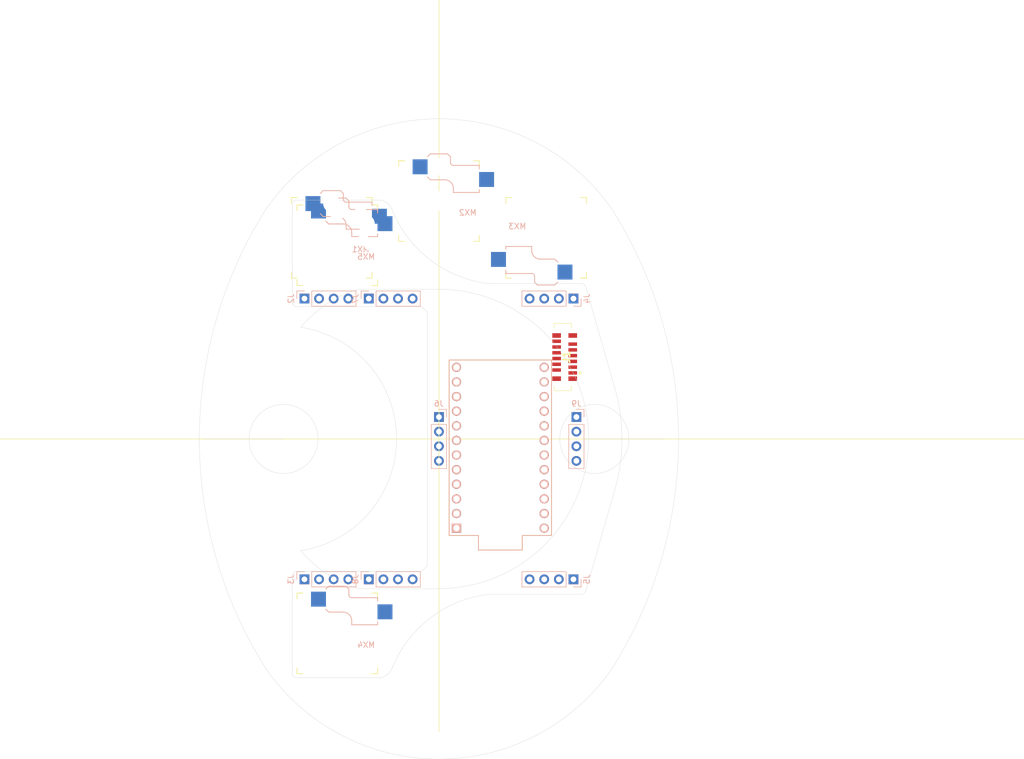
<source format=kicad_pcb>
(kicad_pcb (version 20171130) (host pcbnew "(5.1.4)-1")

  (general
    (thickness 1.6)
    (drawings 41)
    (tracks 0)
    (zones 0)
    (modules 15)
    (nets 2)
  )

  (page A4)
  (layers
    (0 F.Cu signal)
    (31 B.Cu signal)
    (32 B.Adhes user)
    (33 F.Adhes user)
    (34 B.Paste user)
    (35 F.Paste user)
    (36 B.SilkS user)
    (37 F.SilkS user)
    (38 B.Mask user)
    (39 F.Mask user)
    (40 Dwgs.User user)
    (41 Cmts.User user)
    (42 Eco1.User user)
    (43 Eco2.User user)
    (44 Edge.Cuts user)
    (45 Margin user)
    (46 B.CrtYd user)
    (47 F.CrtYd user)
    (48 B.Fab user)
    (49 F.Fab user)
  )

  (setup
    (last_trace_width 0.25)
    (trace_clearance 0.2)
    (zone_clearance 0.508)
    (zone_45_only no)
    (trace_min 0.2)
    (via_size 0.8)
    (via_drill 0.4)
    (via_min_size 0.4)
    (via_min_drill 0.3)
    (uvia_size 0.3)
    (uvia_drill 0.1)
    (uvias_allowed no)
    (uvia_min_size 0.2)
    (uvia_min_drill 0.1)
    (edge_width 0.05)
    (segment_width 0.2)
    (pcb_text_width 0.3)
    (pcb_text_size 1.5 1.5)
    (mod_edge_width 0.12)
    (mod_text_size 1 1)
    (mod_text_width 0.15)
    (pad_size 1.524 1.524)
    (pad_drill 0.762)
    (pad_to_mask_clearance 0.051)
    (solder_mask_min_width 0.25)
    (aux_axis_origin 0 0)
    (grid_origin 152.4 101.6)
    (visible_elements FFFFFF7F)
    (pcbplotparams
      (layerselection 0x010fc_ffffffff)
      (usegerberextensions false)
      (usegerberattributes false)
      (usegerberadvancedattributes false)
      (creategerberjobfile false)
      (excludeedgelayer true)
      (linewidth 0.100000)
      (plotframeref false)
      (viasonmask false)
      (mode 1)
      (useauxorigin false)
      (hpglpennumber 1)
      (hpglpenspeed 20)
      (hpglpendiameter 15.000000)
      (psnegative false)
      (psa4output false)
      (plotreference true)
      (plotvalue true)
      (plotinvisibletext false)
      (padsonsilk false)
      (subtractmaskfromsilk false)
      (outputformat 1)
      (mirror false)
      (drillshape 1)
      (scaleselection 1)
      (outputdirectory ""))
  )

  (net 0 "")
  (net 1 GND)

  (net_class Default "This is the default net class."
    (clearance 0.2)
    (trace_width 0.25)
    (via_dia 0.8)
    (via_drill 0.4)
    (uvia_dia 0.3)
    (uvia_drill 0.1)
    (add_net +3V3)
    (add_net GND)
    (add_net MISO)
    (add_net MOSI)
    (add_net MOTION)
    (add_net NCS)
    (add_net "Net-(J1-Pad11)")
    (add_net "Net-(J1-Pad3)")
    (add_net "Net-(J1-Pad5)")
    (add_net "Net-(J1-Pad7)")
    (add_net "Net-(J1-Pad9)")
    (add_net "Net-(J2-Pad1)")
    (add_net "Net-(J2-Pad2)")
    (add_net "Net-(J2-Pad3)")
    (add_net "Net-(J2-Pad4)")
    (add_net "Net-(J3-Pad1)")
    (add_net "Net-(J3-Pad2)")
    (add_net "Net-(J3-Pad3)")
    (add_net "Net-(J3-Pad4)")
    (add_net "Net-(J4-Pad1)")
    (add_net "Net-(J4-Pad2)")
    (add_net "Net-(J4-Pad3)")
    (add_net "Net-(J4-Pad4)")
    (add_net "Net-(J5-Pad1)")
    (add_net "Net-(J5-Pad2)")
    (add_net "Net-(J5-Pad3)")
    (add_net "Net-(J5-Pad4)")
    (add_net "Net-(J6-Pad1)")
    (add_net "Net-(J6-Pad2)")
    (add_net "Net-(J6-Pad3)")
    (add_net "Net-(J6-Pad4)")
    (add_net "Net-(J7-Pad1)")
    (add_net "Net-(J7-Pad2)")
    (add_net "Net-(J7-Pad3)")
    (add_net "Net-(J7-Pad4)")
    (add_net "Net-(J8-Pad1)")
    (add_net "Net-(J8-Pad2)")
    (add_net "Net-(J8-Pad3)")
    (add_net "Net-(J8-Pad4)")
    (add_net "Net-(J9-Pad1)")
    (add_net "Net-(J9-Pad2)")
    (add_net "Net-(J9-Pad3)")
    (add_net "Net-(J9-Pad4)")
    (add_net "Net-(MX1-Pad1)")
    (add_net "Net-(MX1-Pad2)")
    (add_net "Net-(MX2-Pad1)")
    (add_net "Net-(MX2-Pad2)")
    (add_net "Net-(MX3-Pad1)")
    (add_net "Net-(MX3-Pad2)")
    (add_net "Net-(MX4-Pad1)")
    (add_net "Net-(MX4-Pad2)")
    (add_net "Net-(MX5-Pad1)")
    (add_net "Net-(MX5-Pad2)")
    (add_net "Net-(U1-Pad1)")
    (add_net "Net-(U1-Pad10)")
    (add_net "Net-(U1-Pad11)")
    (add_net "Net-(U1-Pad12)")
    (add_net "Net-(U1-Pad13)")
    (add_net "Net-(U1-Pad14)")
    (add_net "Net-(U1-Pad15)")
    (add_net "Net-(U1-Pad16)")
    (add_net "Net-(U1-Pad17)")
    (add_net "Net-(U1-Pad18)")
    (add_net "Net-(U1-Pad19)")
    (add_net "Net-(U1-Pad2)")
    (add_net "Net-(U1-Pad20)")
    (add_net "Net-(U1-Pad21)")
    (add_net "Net-(U1-Pad22)")
    (add_net "Net-(U1-Pad23)")
    (add_net "Net-(U1-Pad24)")
    (add_net "Net-(U1-Pad3)")
    (add_net "Net-(U1-Pad4)")
    (add_net "Net-(U1-Pad5)")
    (add_net "Net-(U1-Pad6)")
    (add_net "Net-(U1-Pad7)")
    (add_net "Net-(U1-Pad8)")
    (add_net "Net-(U1-Pad9)")
    (add_net SCLK)
  )

  (module Connector_PinHeader_2.54mm:PinHeader_1x04_P2.54mm_Vertical (layer B.Cu) (tedit 59FED5CC) (tstamp 682084D4)
    (at 176.276 97.79 180)
    (descr "Through hole straight pin header, 1x04, 2.54mm pitch, single row")
    (tags "Through hole pin header THT 1x04 2.54mm single row")
    (path /6824538A)
    (fp_text reference J9 (at 0 2.33) (layer B.SilkS)
      (effects (font (size 1 1) (thickness 0.15)) (justify mirror))
    )
    (fp_text value Conn_01x04_Male (at 0 -9.95) (layer B.Fab)
      (effects (font (size 1 1) (thickness 0.15)) (justify mirror))
    )
    (fp_text user %R (at 0 -3.81 270) (layer B.Fab)
      (effects (font (size 1 1) (thickness 0.15)) (justify mirror))
    )
    (fp_line (start 1.8 1.8) (end -1.8 1.8) (layer B.CrtYd) (width 0.05))
    (fp_line (start 1.8 -9.4) (end 1.8 1.8) (layer B.CrtYd) (width 0.05))
    (fp_line (start -1.8 -9.4) (end 1.8 -9.4) (layer B.CrtYd) (width 0.05))
    (fp_line (start -1.8 1.8) (end -1.8 -9.4) (layer B.CrtYd) (width 0.05))
    (fp_line (start -1.33 1.33) (end 0 1.33) (layer B.SilkS) (width 0.12))
    (fp_line (start -1.33 0) (end -1.33 1.33) (layer B.SilkS) (width 0.12))
    (fp_line (start -1.33 -1.27) (end 1.33 -1.27) (layer B.SilkS) (width 0.12))
    (fp_line (start 1.33 -1.27) (end 1.33 -8.95) (layer B.SilkS) (width 0.12))
    (fp_line (start -1.33 -1.27) (end -1.33 -8.95) (layer B.SilkS) (width 0.12))
    (fp_line (start -1.33 -8.95) (end 1.33 -8.95) (layer B.SilkS) (width 0.12))
    (fp_line (start -1.27 0.635) (end -0.635 1.27) (layer B.Fab) (width 0.1))
    (fp_line (start -1.27 -8.89) (end -1.27 0.635) (layer B.Fab) (width 0.1))
    (fp_line (start 1.27 -8.89) (end -1.27 -8.89) (layer B.Fab) (width 0.1))
    (fp_line (start 1.27 1.27) (end 1.27 -8.89) (layer B.Fab) (width 0.1))
    (fp_line (start -0.635 1.27) (end 1.27 1.27) (layer B.Fab) (width 0.1))
    (pad 4 thru_hole oval (at 0 -7.62 180) (size 1.7 1.7) (drill 1) (layers *.Cu *.Mask))
    (pad 3 thru_hole oval (at 0 -5.08 180) (size 1.7 1.7) (drill 1) (layers *.Cu *.Mask))
    (pad 2 thru_hole oval (at 0 -2.54 180) (size 1.7 1.7) (drill 1) (layers *.Cu *.Mask))
    (pad 1 thru_hole rect (at 0 0 180) (size 1.7 1.7) (drill 1) (layers *.Cu *.Mask))
    (model ${KISYS3DMOD}/Connector_PinHeader_2.54mm.3dshapes/PinHeader_1x04_P2.54mm_Vertical.wrl
      (at (xyz 0 0 0))
      (scale (xyz 1 1 1))
      (rotate (xyz 0 0 0))
    )
  )

  (module Connector_PinHeader_2.54mm:PinHeader_1x04_P2.54mm_Vertical (layer B.Cu) (tedit 59FED5CC) (tstamp 682084BC)
    (at 140.208 125.984 270)
    (descr "Through hole straight pin header, 1x04, 2.54mm pitch, single row")
    (tags "Through hole pin header THT 1x04 2.54mm single row")
    (path /68244AA4)
    (fp_text reference J8 (at 0 2.33 90) (layer B.SilkS)
      (effects (font (size 1 1) (thickness 0.15)) (justify mirror))
    )
    (fp_text value Conn_01x04_Male (at 0 -9.95 90) (layer B.Fab)
      (effects (font (size 1 1) (thickness 0.15)) (justify mirror))
    )
    (fp_text user %R (at 0 -3.81 180) (layer B.Fab)
      (effects (font (size 1 1) (thickness 0.15)) (justify mirror))
    )
    (fp_line (start 1.8 1.8) (end -1.8 1.8) (layer B.CrtYd) (width 0.05))
    (fp_line (start 1.8 -9.4) (end 1.8 1.8) (layer B.CrtYd) (width 0.05))
    (fp_line (start -1.8 -9.4) (end 1.8 -9.4) (layer B.CrtYd) (width 0.05))
    (fp_line (start -1.8 1.8) (end -1.8 -9.4) (layer B.CrtYd) (width 0.05))
    (fp_line (start -1.33 1.33) (end 0 1.33) (layer B.SilkS) (width 0.12))
    (fp_line (start -1.33 0) (end -1.33 1.33) (layer B.SilkS) (width 0.12))
    (fp_line (start -1.33 -1.27) (end 1.33 -1.27) (layer B.SilkS) (width 0.12))
    (fp_line (start 1.33 -1.27) (end 1.33 -8.95) (layer B.SilkS) (width 0.12))
    (fp_line (start -1.33 -1.27) (end -1.33 -8.95) (layer B.SilkS) (width 0.12))
    (fp_line (start -1.33 -8.95) (end 1.33 -8.95) (layer B.SilkS) (width 0.12))
    (fp_line (start -1.27 0.635) (end -0.635 1.27) (layer B.Fab) (width 0.1))
    (fp_line (start -1.27 -8.89) (end -1.27 0.635) (layer B.Fab) (width 0.1))
    (fp_line (start 1.27 -8.89) (end -1.27 -8.89) (layer B.Fab) (width 0.1))
    (fp_line (start 1.27 1.27) (end 1.27 -8.89) (layer B.Fab) (width 0.1))
    (fp_line (start -0.635 1.27) (end 1.27 1.27) (layer B.Fab) (width 0.1))
    (pad 4 thru_hole oval (at 0 -7.62 270) (size 1.7 1.7) (drill 1) (layers *.Cu *.Mask))
    (pad 3 thru_hole oval (at 0 -5.08 270) (size 1.7 1.7) (drill 1) (layers *.Cu *.Mask))
    (pad 2 thru_hole oval (at 0 -2.54 270) (size 1.7 1.7) (drill 1) (layers *.Cu *.Mask))
    (pad 1 thru_hole rect (at 0 0 270) (size 1.7 1.7) (drill 1) (layers *.Cu *.Mask))
    (model ${KISYS3DMOD}/Connector_PinHeader_2.54mm.3dshapes/PinHeader_1x04_P2.54mm_Vertical.wrl
      (at (xyz 0 0 0))
      (scale (xyz 1 1 1))
      (rotate (xyz 0 0 0))
    )
  )

  (module Connector_PinHeader_2.54mm:PinHeader_1x04_P2.54mm_Vertical (layer B.Cu) (tedit 59FED5CC) (tstamp 682084A4)
    (at 140.208 77.216 270)
    (descr "Through hole straight pin header, 1x04, 2.54mm pitch, single row")
    (tags "Through hole pin header THT 1x04 2.54mm single row")
    (path /682440FC)
    (fp_text reference J7 (at 0 2.33 90) (layer B.SilkS)
      (effects (font (size 1 1) (thickness 0.15)) (justify mirror))
    )
    (fp_text value Conn_01x04_Male (at 0 -9.95 90) (layer B.Fab)
      (effects (font (size 1 1) (thickness 0.15)) (justify mirror))
    )
    (fp_text user %R (at 0 -3.81 180) (layer B.Fab)
      (effects (font (size 1 1) (thickness 0.15)) (justify mirror))
    )
    (fp_line (start 1.8 1.8) (end -1.8 1.8) (layer B.CrtYd) (width 0.05))
    (fp_line (start 1.8 -9.4) (end 1.8 1.8) (layer B.CrtYd) (width 0.05))
    (fp_line (start -1.8 -9.4) (end 1.8 -9.4) (layer B.CrtYd) (width 0.05))
    (fp_line (start -1.8 1.8) (end -1.8 -9.4) (layer B.CrtYd) (width 0.05))
    (fp_line (start -1.33 1.33) (end 0 1.33) (layer B.SilkS) (width 0.12))
    (fp_line (start -1.33 0) (end -1.33 1.33) (layer B.SilkS) (width 0.12))
    (fp_line (start -1.33 -1.27) (end 1.33 -1.27) (layer B.SilkS) (width 0.12))
    (fp_line (start 1.33 -1.27) (end 1.33 -8.95) (layer B.SilkS) (width 0.12))
    (fp_line (start -1.33 -1.27) (end -1.33 -8.95) (layer B.SilkS) (width 0.12))
    (fp_line (start -1.33 -8.95) (end 1.33 -8.95) (layer B.SilkS) (width 0.12))
    (fp_line (start -1.27 0.635) (end -0.635 1.27) (layer B.Fab) (width 0.1))
    (fp_line (start -1.27 -8.89) (end -1.27 0.635) (layer B.Fab) (width 0.1))
    (fp_line (start 1.27 -8.89) (end -1.27 -8.89) (layer B.Fab) (width 0.1))
    (fp_line (start 1.27 1.27) (end 1.27 -8.89) (layer B.Fab) (width 0.1))
    (fp_line (start -0.635 1.27) (end 1.27 1.27) (layer B.Fab) (width 0.1))
    (pad 4 thru_hole oval (at 0 -7.62 270) (size 1.7 1.7) (drill 1) (layers *.Cu *.Mask))
    (pad 3 thru_hole oval (at 0 -5.08 270) (size 1.7 1.7) (drill 1) (layers *.Cu *.Mask))
    (pad 2 thru_hole oval (at 0 -2.54 270) (size 1.7 1.7) (drill 1) (layers *.Cu *.Mask))
    (pad 1 thru_hole rect (at 0 0 270) (size 1.7 1.7) (drill 1) (layers *.Cu *.Mask))
    (model ${KISYS3DMOD}/Connector_PinHeader_2.54mm.3dshapes/PinHeader_1x04_P2.54mm_Vertical.wrl
      (at (xyz 0 0 0))
      (scale (xyz 1 1 1))
      (rotate (xyz 0 0 0))
    )
  )

  (module Connector_PinHeader_2.54mm:PinHeader_1x04_P2.54mm_Vertical (layer B.Cu) (tedit 59FED5CC) (tstamp 68207AC5)
    (at 152.4 97.79 180)
    (descr "Through hole straight pin header, 1x04, 2.54mm pitch, single row")
    (tags "Through hole pin header THT 1x04 2.54mm single row")
    (path /6821F6B2)
    (fp_text reference J6 (at 0 2.33) (layer B.SilkS)
      (effects (font (size 1 1) (thickness 0.15)) (justify mirror))
    )
    (fp_text value Conn_01x04_Male (at 0 -9.95) (layer B.Fab)
      (effects (font (size 1 1) (thickness 0.15)) (justify mirror))
    )
    (fp_text user %R (at 0 -3.81 270) (layer B.Fab)
      (effects (font (size 1 1) (thickness 0.15)) (justify mirror))
    )
    (fp_line (start 1.8 1.8) (end -1.8 1.8) (layer B.CrtYd) (width 0.05))
    (fp_line (start 1.8 -9.4) (end 1.8 1.8) (layer B.CrtYd) (width 0.05))
    (fp_line (start -1.8 -9.4) (end 1.8 -9.4) (layer B.CrtYd) (width 0.05))
    (fp_line (start -1.8 1.8) (end -1.8 -9.4) (layer B.CrtYd) (width 0.05))
    (fp_line (start -1.33 1.33) (end 0 1.33) (layer B.SilkS) (width 0.12))
    (fp_line (start -1.33 0) (end -1.33 1.33) (layer B.SilkS) (width 0.12))
    (fp_line (start -1.33 -1.27) (end 1.33 -1.27) (layer B.SilkS) (width 0.12))
    (fp_line (start 1.33 -1.27) (end 1.33 -8.95) (layer B.SilkS) (width 0.12))
    (fp_line (start -1.33 -1.27) (end -1.33 -8.95) (layer B.SilkS) (width 0.12))
    (fp_line (start -1.33 -8.95) (end 1.33 -8.95) (layer B.SilkS) (width 0.12))
    (fp_line (start -1.27 0.635) (end -0.635 1.27) (layer B.Fab) (width 0.1))
    (fp_line (start -1.27 -8.89) (end -1.27 0.635) (layer B.Fab) (width 0.1))
    (fp_line (start 1.27 -8.89) (end -1.27 -8.89) (layer B.Fab) (width 0.1))
    (fp_line (start 1.27 1.27) (end 1.27 -8.89) (layer B.Fab) (width 0.1))
    (fp_line (start -0.635 1.27) (end 1.27 1.27) (layer B.Fab) (width 0.1))
    (pad 4 thru_hole oval (at 0 -7.62 180) (size 1.7 1.7) (drill 1) (layers *.Cu *.Mask))
    (pad 3 thru_hole oval (at 0 -5.08 180) (size 1.7 1.7) (drill 1) (layers *.Cu *.Mask))
    (pad 2 thru_hole oval (at 0 -2.54 180) (size 1.7 1.7) (drill 1) (layers *.Cu *.Mask))
    (pad 1 thru_hole rect (at 0 0 180) (size 1.7 1.7) (drill 1) (layers *.Cu *.Mask))
    (model ${KISYS3DMOD}/Connector_PinHeader_2.54mm.3dshapes/PinHeader_1x04_P2.54mm_Vertical.wrl
      (at (xyz 0 0 0))
      (scale (xyz 1 1 1))
      (rotate (xyz 0 0 0))
    )
  )

  (module Connector_PinHeader_2.54mm:PinHeader_1x04_P2.54mm_Vertical locked (layer B.Cu) (tedit 59FED5CC) (tstamp 68203B4F)
    (at 175.768 125.984 90)
    (descr "Through hole straight pin header, 1x04, 2.54mm pitch, single row")
    (tags "Through hole pin header THT 1x04 2.54mm single row")
    (path /68208F93)
    (fp_text reference J5 (at 0 2.33 -90) (layer B.SilkS)
      (effects (font (size 1 1) (thickness 0.15)) (justify mirror))
    )
    (fp_text value Conn_01x04_Male (at 0 -9.95 -90) (layer B.Fab)
      (effects (font (size 1 1) (thickness 0.15)) (justify mirror))
    )
    (fp_text user %R (at 0 -3.81) (layer B.Fab)
      (effects (font (size 1 1) (thickness 0.15)) (justify mirror))
    )
    (fp_line (start 1.8 1.8) (end -1.8 1.8) (layer B.CrtYd) (width 0.05))
    (fp_line (start 1.8 -9.4) (end 1.8 1.8) (layer B.CrtYd) (width 0.05))
    (fp_line (start -1.8 -9.4) (end 1.8 -9.4) (layer B.CrtYd) (width 0.05))
    (fp_line (start -1.8 1.8) (end -1.8 -9.4) (layer B.CrtYd) (width 0.05))
    (fp_line (start -1.33 1.33) (end 0 1.33) (layer B.SilkS) (width 0.12))
    (fp_line (start -1.33 0) (end -1.33 1.33) (layer B.SilkS) (width 0.12))
    (fp_line (start -1.33 -1.27) (end 1.33 -1.27) (layer B.SilkS) (width 0.12))
    (fp_line (start 1.33 -1.27) (end 1.33 -8.95) (layer B.SilkS) (width 0.12))
    (fp_line (start -1.33 -1.27) (end -1.33 -8.95) (layer B.SilkS) (width 0.12))
    (fp_line (start -1.33 -8.95) (end 1.33 -8.95) (layer B.SilkS) (width 0.12))
    (fp_line (start -1.27 0.635) (end -0.635 1.27) (layer B.Fab) (width 0.1))
    (fp_line (start -1.27 -8.89) (end -1.27 0.635) (layer B.Fab) (width 0.1))
    (fp_line (start 1.27 -8.89) (end -1.27 -8.89) (layer B.Fab) (width 0.1))
    (fp_line (start 1.27 1.27) (end 1.27 -8.89) (layer B.Fab) (width 0.1))
    (fp_line (start -0.635 1.27) (end 1.27 1.27) (layer B.Fab) (width 0.1))
    (pad 4 thru_hole oval (at 0 -7.62 90) (size 1.7 1.7) (drill 1) (layers *.Cu *.Mask))
    (pad 3 thru_hole oval (at 0 -5.08 90) (size 1.7 1.7) (drill 1) (layers *.Cu *.Mask))
    (pad 2 thru_hole oval (at 0 -2.54 90) (size 1.7 1.7) (drill 1) (layers *.Cu *.Mask))
    (pad 1 thru_hole rect (at 0 0 90) (size 1.7 1.7) (drill 1) (layers *.Cu *.Mask))
    (model ${KISYS3DMOD}/Connector_PinHeader_2.54mm.3dshapes/PinHeader_1x04_P2.54mm_Vertical.wrl
      (at (xyz 0 0 0))
      (scale (xyz 1 1 1))
      (rotate (xyz 0 0 0))
    )
  )

  (module Connector_PinHeader_2.54mm:PinHeader_1x04_P2.54mm_Vertical locked (layer B.Cu) (tedit 59FED5CC) (tstamp 68203BF2)
    (at 175.768 77.216 90)
    (descr "Through hole straight pin header, 1x04, 2.54mm pitch, single row")
    (tags "Through hole pin header THT 1x04 2.54mm single row")
    (path /6820A0B0)
    (fp_text reference J4 (at 0 2.33 -90) (layer B.SilkS)
      (effects (font (size 1 1) (thickness 0.15)) (justify mirror))
    )
    (fp_text value Conn_01x04_Male (at 0 -9.95 -90) (layer B.Fab)
      (effects (font (size 1 1) (thickness 0.15)) (justify mirror))
    )
    (fp_text user %R (at 0 -3.81) (layer B.Fab)
      (effects (font (size 1 1) (thickness 0.15)) (justify mirror))
    )
    (fp_line (start 1.8 1.8) (end -1.8 1.8) (layer B.CrtYd) (width 0.05))
    (fp_line (start 1.8 -9.4) (end 1.8 1.8) (layer B.CrtYd) (width 0.05))
    (fp_line (start -1.8 -9.4) (end 1.8 -9.4) (layer B.CrtYd) (width 0.05))
    (fp_line (start -1.8 1.8) (end -1.8 -9.4) (layer B.CrtYd) (width 0.05))
    (fp_line (start -1.33 1.33) (end 0 1.33) (layer B.SilkS) (width 0.12))
    (fp_line (start -1.33 0) (end -1.33 1.33) (layer B.SilkS) (width 0.12))
    (fp_line (start -1.33 -1.27) (end 1.33 -1.27) (layer B.SilkS) (width 0.12))
    (fp_line (start 1.33 -1.27) (end 1.33 -8.95) (layer B.SilkS) (width 0.12))
    (fp_line (start -1.33 -1.27) (end -1.33 -8.95) (layer B.SilkS) (width 0.12))
    (fp_line (start -1.33 -8.95) (end 1.33 -8.95) (layer B.SilkS) (width 0.12))
    (fp_line (start -1.27 0.635) (end -0.635 1.27) (layer B.Fab) (width 0.1))
    (fp_line (start -1.27 -8.89) (end -1.27 0.635) (layer B.Fab) (width 0.1))
    (fp_line (start 1.27 -8.89) (end -1.27 -8.89) (layer B.Fab) (width 0.1))
    (fp_line (start 1.27 1.27) (end 1.27 -8.89) (layer B.Fab) (width 0.1))
    (fp_line (start -0.635 1.27) (end 1.27 1.27) (layer B.Fab) (width 0.1))
    (pad 4 thru_hole oval (at 0 -7.62 90) (size 1.7 1.7) (drill 1) (layers *.Cu *.Mask))
    (pad 3 thru_hole oval (at 0 -5.08 90) (size 1.7 1.7) (drill 1) (layers *.Cu *.Mask))
    (pad 2 thru_hole oval (at 0 -2.54 90) (size 1.7 1.7) (drill 1) (layers *.Cu *.Mask))
    (pad 1 thru_hole rect (at 0 0 90) (size 1.7 1.7) (drill 1) (layers *.Cu *.Mask))
    (model ${KISYS3DMOD}/Connector_PinHeader_2.54mm.3dshapes/PinHeader_1x04_P2.54mm_Vertical.wrl
      (at (xyz 0 0 0))
      (scale (xyz 1 1 1))
      (rotate (xyz 0 0 0))
    )
  )

  (module Connector_PinHeader_2.54mm:PinHeader_1x04_P2.54mm_Vertical locked (layer B.Cu) (tedit 59FED5CC) (tstamp 682036A8)
    (at 129.032 125.984 270)
    (descr "Through hole straight pin header, 1x04, 2.54mm pitch, single row")
    (tags "Through hole pin header THT 1x04 2.54mm single row")
    (path /68208582)
    (fp_text reference J3 (at 0 2.33 270) (layer B.SilkS)
      (effects (font (size 1 1) (thickness 0.15)) (justify mirror))
    )
    (fp_text value Conn_01x04_Male (at 0 -9.95 270) (layer B.Fab)
      (effects (font (size 1 1) (thickness 0.15)) (justify mirror))
    )
    (fp_text user %R (at 0 -3.81) (layer B.Fab)
      (effects (font (size 1 1) (thickness 0.15)) (justify mirror))
    )
    (fp_line (start 1.8 1.8) (end -1.8 1.8) (layer B.CrtYd) (width 0.05))
    (fp_line (start 1.8 -9.4) (end 1.8 1.8) (layer B.CrtYd) (width 0.05))
    (fp_line (start -1.8 -9.4) (end 1.8 -9.4) (layer B.CrtYd) (width 0.05))
    (fp_line (start -1.8 1.8) (end -1.8 -9.4) (layer B.CrtYd) (width 0.05))
    (fp_line (start -1.33 1.33) (end 0 1.33) (layer B.SilkS) (width 0.12))
    (fp_line (start -1.33 0) (end -1.33 1.33) (layer B.SilkS) (width 0.12))
    (fp_line (start -1.33 -1.27) (end 1.33 -1.27) (layer B.SilkS) (width 0.12))
    (fp_line (start 1.33 -1.27) (end 1.33 -8.95) (layer B.SilkS) (width 0.12))
    (fp_line (start -1.33 -1.27) (end -1.33 -8.95) (layer B.SilkS) (width 0.12))
    (fp_line (start -1.33 -8.95) (end 1.33 -8.95) (layer B.SilkS) (width 0.12))
    (fp_line (start -1.27 0.635) (end -0.635 1.27) (layer B.Fab) (width 0.1))
    (fp_line (start -1.27 -8.89) (end -1.27 0.635) (layer B.Fab) (width 0.1))
    (fp_line (start 1.27 -8.89) (end -1.27 -8.89) (layer B.Fab) (width 0.1))
    (fp_line (start 1.27 1.27) (end 1.27 -8.89) (layer B.Fab) (width 0.1))
    (fp_line (start -0.635 1.27) (end 1.27 1.27) (layer B.Fab) (width 0.1))
    (pad 4 thru_hole oval (at 0 -7.62 270) (size 1.7 1.7) (drill 1) (layers *.Cu *.Mask))
    (pad 3 thru_hole oval (at 0 -5.08 270) (size 1.7 1.7) (drill 1) (layers *.Cu *.Mask))
    (pad 2 thru_hole oval (at 0 -2.54 270) (size 1.7 1.7) (drill 1) (layers *.Cu *.Mask))
    (pad 1 thru_hole rect (at 0 0 270) (size 1.7 1.7) (drill 1) (layers *.Cu *.Mask))
    (model ${KISYS3DMOD}/Connector_PinHeader_2.54mm.3dshapes/PinHeader_1x04_P2.54mm_Vertical.wrl
      (at (xyz 0 0 0))
      (scale (xyz 1 1 1))
      (rotate (xyz 0 0 0))
    )
  )

  (module Connector_PinHeader_2.54mm:PinHeader_1x04_P2.54mm_Vertical locked (layer B.Cu) (tedit 59FED5CC) (tstamp 68203A4E)
    (at 129.032 77.216 270)
    (descr "Through hole straight pin header, 1x04, 2.54mm pitch, single row")
    (tags "Through hole pin header THT 1x04 2.54mm single row")
    (path /68209A22)
    (fp_text reference J2 (at 0 2.33 270) (layer B.SilkS)
      (effects (font (size 1 1) (thickness 0.15)) (justify mirror))
    )
    (fp_text value Conn_01x04_Male (at 0 -9.95 270) (layer B.Fab)
      (effects (font (size 1 1) (thickness 0.15)) (justify mirror))
    )
    (fp_text user %R (at 0 -3.81) (layer B.Fab)
      (effects (font (size 1 1) (thickness 0.15)) (justify mirror))
    )
    (fp_line (start 1.8 1.8) (end -1.8 1.8) (layer B.CrtYd) (width 0.05))
    (fp_line (start 1.8 -9.4) (end 1.8 1.8) (layer B.CrtYd) (width 0.05))
    (fp_line (start -1.8 -9.4) (end 1.8 -9.4) (layer B.CrtYd) (width 0.05))
    (fp_line (start -1.8 1.8) (end -1.8 -9.4) (layer B.CrtYd) (width 0.05))
    (fp_line (start -1.33 1.33) (end 0 1.33) (layer B.SilkS) (width 0.12))
    (fp_line (start -1.33 0) (end -1.33 1.33) (layer B.SilkS) (width 0.12))
    (fp_line (start -1.33 -1.27) (end 1.33 -1.27) (layer B.SilkS) (width 0.12))
    (fp_line (start 1.33 -1.27) (end 1.33 -8.95) (layer B.SilkS) (width 0.12))
    (fp_line (start -1.33 -1.27) (end -1.33 -8.95) (layer B.SilkS) (width 0.12))
    (fp_line (start -1.33 -8.95) (end 1.33 -8.95) (layer B.SilkS) (width 0.12))
    (fp_line (start -1.27 0.635) (end -0.635 1.27) (layer B.Fab) (width 0.1))
    (fp_line (start -1.27 -8.89) (end -1.27 0.635) (layer B.Fab) (width 0.1))
    (fp_line (start 1.27 -8.89) (end -1.27 -8.89) (layer B.Fab) (width 0.1))
    (fp_line (start 1.27 1.27) (end 1.27 -8.89) (layer B.Fab) (width 0.1))
    (fp_line (start -0.635 1.27) (end 1.27 1.27) (layer B.Fab) (width 0.1))
    (pad 4 thru_hole oval (at 0 -7.62 270) (size 1.7 1.7) (drill 1) (layers *.Cu *.Mask))
    (pad 3 thru_hole oval (at 0 -5.08 270) (size 1.7 1.7) (drill 1) (layers *.Cu *.Mask))
    (pad 2 thru_hole oval (at 0 -2.54 270) (size 1.7 1.7) (drill 1) (layers *.Cu *.Mask))
    (pad 1 thru_hole rect (at 0 0 270) (size 1.7 1.7) (drill 1) (layers *.Cu *.Mask))
    (model ${KISYS3DMOD}/Connector_PinHeader_2.54mm.3dshapes/PinHeader_1x04_P2.54mm_Vertical.wrl
      (at (xyz 0 0 0))
      (scale (xyz 1 1 1))
      (rotate (xyz 0 0 0))
    )
  )

  (module keyswitches:Kailh_socket_PG1350 (layer F.Cu) (tedit 5DD50E5C) (tstamp 68202A7D)
    (at 134.747 67.945 180)
    (descr "Kailh \"Choc\" PG1350 keyswitch socket mount")
    (tags kailh,choc)
    (path /682072C1)
    (attr smd)
    (fp_text reference MX5 (at -5 -2) (layer B.SilkS)
      (effects (font (size 1 1) (thickness 0.15)) (justify mirror))
    )
    (fp_text value MX-NoLED (at 0 8.255) (layer F.Fab)
      (effects (font (size 1 1) (thickness 0.15)))
    )
    (fp_line (start 4.5 7.25) (end 2 7.25) (layer B.Fab) (width 0.12))
    (fp_line (start 4.5 4.75) (end 4.5 7.25) (layer B.Fab) (width 0.12))
    (fp_line (start 2 4.75) (end 4.5 4.75) (layer B.Fab) (width 0.12))
    (fp_line (start -9.5 2.5) (end -7 2.5) (layer B.Fab) (width 0.12))
    (fp_line (start -9.5 5) (end -9.5 2.5) (layer B.Fab) (width 0.12))
    (fp_line (start -7 5) (end -9.5 5) (layer B.Fab) (width 0.12))
    (fp_line (start -7 1.5) (end -7 6.2) (layer B.Fab) (width 0.12))
    (fp_line (start 2 4.25) (end 2 7.7) (layer B.Fab) (width 0.12))
    (fp_line (start -2.5 2.2) (end -2.5 1.5) (layer B.Fab) (width 0.15))
    (fp_line (start -2.5 1.5) (end -7 1.5) (layer B.Fab) (width 0.15))
    (fp_arc (start -1 2.2) (end -2.5 2.2) (angle -90) (layer B.Fab) (width 0.15))
    (fp_line (start -1.5 8.2) (end -2 7.7) (layer B.Fab) (width 0.15))
    (fp_line (start -2 6.7) (end -2 7.7) (layer B.Fab) (width 0.15))
    (fp_line (start -7 6.2) (end -2.5 6.2) (layer B.Fab) (width 0.15))
    (fp_line (start 2 4.2) (end 1.5 3.7) (layer B.Fab) (width 0.15))
    (fp_line (start 1.5 3.7) (end -1 3.7) (layer B.Fab) (width 0.15))
    (fp_line (start 2 7.7) (end 1.5 8.2) (layer B.Fab) (width 0.15))
    (fp_line (start 1.5 8.2) (end -1.5 8.2) (layer B.Fab) (width 0.15))
    (fp_arc (start -2.5 6.7) (end -2 6.7) (angle -90) (layer B.Fab) (width 0.15))
    (fp_text user %R (at -3 5) (layer B.Fab)
      (effects (font (size 1 1) (thickness 0.15)) (justify mirror))
    )
    (fp_text user %V (at -1 9) (layer B.Fab)
      (effects (font (size 1 1) (thickness 0.15)) (justify mirror))
    )
    (fp_line (start 7 -7) (end 6 -7) (layer F.SilkS) (width 0.15))
    (fp_line (start -7 1.5) (end -7 2) (layer B.SilkS) (width 0.15))
    (fp_line (start -2.5 1.5) (end -7 1.5) (layer B.SilkS) (width 0.15))
    (fp_line (start -2.5 2.2) (end -2.5 1.5) (layer B.SilkS) (width 0.15))
    (fp_arc (start -2.5 6.7) (end -2 6.7) (angle -90) (layer B.SilkS) (width 0.15))
    (fp_line (start 1.5 8.2) (end -1.5 8.2) (layer B.SilkS) (width 0.15))
    (fp_line (start 2 7.7) (end 1.5 8.2) (layer B.SilkS) (width 0.15))
    (fp_line (start 2 4.2) (end 1.5 3.7) (layer B.SilkS) (width 0.15))
    (fp_line (start -7 6.2) (end -2.5 6.2) (layer B.SilkS) (width 0.15))
    (fp_line (start -2 6.7) (end -2 7.7) (layer B.SilkS) (width 0.15))
    (fp_line (start -1.5 8.2) (end -2 7.7) (layer B.SilkS) (width 0.15))
    (fp_arc (start -1 2.2) (end -2.5 2.2) (angle -90) (layer B.SilkS) (width 0.15))
    (fp_line (start 1.5 3.7) (end -1 3.7) (layer B.SilkS) (width 0.15))
    (fp_line (start -7 5.6) (end -7 6.2) (layer B.SilkS) (width 0.15))
    (fp_line (start -7.5 7.5) (end -7.5 -7.5) (layer F.Fab) (width 0.15))
    (fp_line (start 7.5 7.5) (end -7.5 7.5) (layer F.Fab) (width 0.15))
    (fp_line (start 7.5 -7.5) (end 7.5 7.5) (layer F.Fab) (width 0.15))
    (fp_line (start -7.5 -7.5) (end 7.5 -7.5) (layer F.Fab) (width 0.15))
    (fp_line (start -6.9 6.9) (end -6.9 -6.9) (layer Eco2.User) (width 0.15))
    (fp_line (start 6.9 -6.9) (end 6.9 6.9) (layer Eco2.User) (width 0.15))
    (fp_line (start 6.9 -6.9) (end -6.9 -6.9) (layer Eco2.User) (width 0.15))
    (fp_line (start -6.9 6.9) (end 6.9 6.9) (layer Eco2.User) (width 0.15))
    (fp_line (start 7 -7) (end 7 -6) (layer F.SilkS) (width 0.15))
    (fp_line (start 6 7) (end 7 7) (layer F.SilkS) (width 0.15))
    (fp_line (start 7 7) (end 6 7) (layer F.SilkS) (width 0.15))
    (fp_line (start 7 6) (end 7 7) (layer F.SilkS) (width 0.15))
    (fp_line (start -7 7) (end -7 6) (layer F.SilkS) (width 0.15))
    (fp_line (start -6 -7) (end -7 -7) (layer F.SilkS) (width 0.15))
    (fp_line (start -7 7) (end -6 7) (layer F.SilkS) (width 0.15))
    (fp_line (start -7 -6) (end -7 -7) (layer F.SilkS) (width 0.15))
    (fp_line (start -2.6 -3.1) (end -2.6 -6.3) (layer Eco2.User) (width 0.15))
    (fp_line (start 2.6 -6.3) (end -2.6 -6.3) (layer Eco2.User) (width 0.15))
    (fp_line (start 2.6 -3.1) (end 2.6 -6.3) (layer Eco2.User) (width 0.15))
    (fp_line (start -2.6 -3.1) (end 2.6 -3.1) (layer Eco2.User) (width 0.15))
    (pad "" np_thru_hole circle (at -5.5 0 180) (size 1.7018 1.7018) (drill 1.7018) (layers *.Cu *.Mask))
    (pad "" np_thru_hole circle (at 5.5 0 180) (size 1.7018 1.7018) (drill 1.7018) (layers *.Cu *.Mask))
    (pad 1 smd rect (at 3.275 5.95 180) (size 2.6 2.6) (layers B.Cu B.Paste B.Mask))
    (pad "" np_thru_hole circle (at -5 3.75 180) (size 3 3) (drill 3) (layers *.Cu *.Mask))
    (pad "" np_thru_hole circle (at 0 0 180) (size 3.429 3.429) (drill 3.429) (layers *.Cu *.Mask))
    (pad "" np_thru_hole circle (at 0 5.95 180) (size 3 3) (drill 3) (layers *.Cu *.Mask))
    (pad 2 smd rect (at -8.275 3.75 180) (size 2.6 2.6) (layers B.Cu B.Paste B.Mask))
    (pad "" np_thru_hole circle (at 5.22 -4.2 180) (size 0.9906 0.9906) (drill 0.9906) (layers *.Cu *.Mask))
  )

  (module promicro:ProMicro (layer B.Cu) (tedit 5A06A962) (tstamp 68207817)
    (at 163.068 103.124 90)
    (descr "Pro Micro footprint")
    (tags "promicro ProMicro")
    (path /681FBF62)
    (fp_text reference U1 (at 0 10.16 90) (layer B.SilkS) hide
      (effects (font (size 1 1) (thickness 0.15)) (justify mirror))
    )
    (fp_text value ProMicro (at 0 -10.16 90) (layer B.Fab)
      (effects (font (size 1 1) (thickness 0.15)) (justify mirror))
    )
    (fp_line (start 15.24 8.89) (end 15.24 -8.89) (layer B.SilkS) (width 0.15))
    (fp_line (start -15.24 8.89) (end 15.24 8.89) (layer B.SilkS) (width 0.15))
    (fp_line (start -15.24 3.81) (end -15.24 8.89) (layer B.SilkS) (width 0.15))
    (fp_line (start -17.78 3.81) (end -15.24 3.81) (layer B.SilkS) (width 0.15))
    (fp_line (start -17.78 -3.81) (end -17.78 3.81) (layer B.SilkS) (width 0.15))
    (fp_line (start -15.24 -3.81) (end -17.78 -3.81) (layer B.SilkS) (width 0.15))
    (fp_line (start -15.24 -8.89) (end -15.24 -3.81) (layer B.SilkS) (width 0.15))
    (fp_line (start -15.24 -8.89) (end 15.24 -8.89) (layer B.SilkS) (width 0.15))
    (fp_line (start -15.24 8.89) (end 15.24 8.89) (layer F.SilkS) (width 0.15))
    (fp_line (start -15.24 3.81) (end -15.24 8.89) (layer F.SilkS) (width 0.15))
    (fp_line (start -17.78 3.81) (end -15.24 3.81) (layer F.SilkS) (width 0.15))
    (fp_line (start -17.78 -3.81) (end -17.78 3.81) (layer F.SilkS) (width 0.15))
    (fp_line (start -15.24 -3.81) (end -17.78 -3.81) (layer F.SilkS) (width 0.15))
    (fp_line (start -15.24 -8.89) (end -15.24 -3.81) (layer F.SilkS) (width 0.15))
    (fp_line (start 15.24 -8.89) (end -15.24 -8.89) (layer F.SilkS) (width 0.15))
    (fp_line (start 15.24 8.89) (end 15.24 -8.89) (layer F.SilkS) (width 0.15))
    (pad 24 thru_hole circle (at -13.97 7.62 90) (size 1.6 1.6) (drill 1.1) (layers *.Cu *.Mask B.SilkS))
    (pad 23 thru_hole circle (at -11.43 7.62 90) (size 1.6 1.6) (drill 1.1) (layers *.Cu *.Mask B.SilkS))
    (pad 22 thru_hole circle (at -8.89 7.62 90) (size 1.6 1.6) (drill 1.1) (layers *.Cu *.Mask B.SilkS))
    (pad 21 thru_hole circle (at -6.35 7.62 90) (size 1.6 1.6) (drill 1.1) (layers *.Cu *.Mask B.SilkS))
    (pad 20 thru_hole circle (at -3.81 7.62 90) (size 1.6 1.6) (drill 1.1) (layers *.Cu *.Mask B.SilkS))
    (pad 19 thru_hole circle (at -1.27 7.62 90) (size 1.6 1.6) (drill 1.1) (layers *.Cu *.Mask B.SilkS))
    (pad 18 thru_hole circle (at 1.27 7.62 90) (size 1.6 1.6) (drill 1.1) (layers *.Cu *.Mask B.SilkS))
    (pad 17 thru_hole circle (at 3.81 7.62 90) (size 1.6 1.6) (drill 1.1) (layers *.Cu *.Mask B.SilkS))
    (pad 16 thru_hole circle (at 6.35 7.62 90) (size 1.6 1.6) (drill 1.1) (layers *.Cu *.Mask B.SilkS))
    (pad 15 thru_hole circle (at 8.89 7.62 90) (size 1.6 1.6) (drill 1.1) (layers *.Cu *.Mask B.SilkS))
    (pad 14 thru_hole circle (at 11.43 7.62 90) (size 1.6 1.6) (drill 1.1) (layers *.Cu *.Mask B.SilkS))
    (pad 13 thru_hole circle (at 13.97 7.62 90) (size 1.6 1.6) (drill 1.1) (layers *.Cu *.Mask B.SilkS))
    (pad 12 thru_hole circle (at 13.97 -7.62 90) (size 1.6 1.6) (drill 1.1) (layers *.Cu *.Mask B.SilkS))
    (pad 11 thru_hole circle (at 11.43 -7.62 90) (size 1.6 1.6) (drill 1.1) (layers *.Cu *.Mask B.SilkS))
    (pad 10 thru_hole circle (at 8.89 -7.62 90) (size 1.6 1.6) (drill 1.1) (layers *.Cu *.Mask B.SilkS))
    (pad 9 thru_hole circle (at 6.35 -7.62 90) (size 1.6 1.6) (drill 1.1) (layers *.Cu *.Mask B.SilkS))
    (pad 8 thru_hole circle (at 3.81 -7.62 90) (size 1.6 1.6) (drill 1.1) (layers *.Cu *.Mask B.SilkS))
    (pad 7 thru_hole circle (at 1.27 -7.62 90) (size 1.6 1.6) (drill 1.1) (layers *.Cu *.Mask B.SilkS))
    (pad 6 thru_hole circle (at -1.27 -7.62 90) (size 1.6 1.6) (drill 1.1) (layers *.Cu *.Mask B.SilkS))
    (pad 5 thru_hole circle (at -3.81 -7.62 90) (size 1.6 1.6) (drill 1.1) (layers *.Cu *.Mask B.SilkS))
    (pad 4 thru_hole circle (at -6.35 -7.62 90) (size 1.6 1.6) (drill 1.1) (layers *.Cu *.Mask B.SilkS))
    (pad 3 thru_hole circle (at -8.89 -7.62 90) (size 1.6 1.6) (drill 1.1) (layers *.Cu *.Mask B.SilkS))
    (pad 2 thru_hole circle (at -11.43 -7.62 90) (size 1.6 1.6) (drill 1.1) (layers *.Cu *.Mask B.SilkS))
    (pad 1 thru_hole rect (at -13.97 -7.62 90) (size 1.6 1.6) (drill 1.1) (layers *.Cu *.Mask B.SilkS))
  )

  (module keyswitches:Kailh_socket_PG1350 (layer F.Cu) (tedit 5DD50E5C) (tstamp 68201D6A)
    (at 134.747 135.382 180)
    (descr "Kailh \"Choc\" PG1350 keyswitch socket mount")
    (tags kailh,choc)
    (path /68205C7B)
    (attr smd)
    (fp_text reference MX4 (at -5 -2) (layer B.SilkS)
      (effects (font (size 1 1) (thickness 0.15)) (justify mirror))
    )
    (fp_text value MX-NoLED (at 0 8.255) (layer F.Fab)
      (effects (font (size 1 1) (thickness 0.15)))
    )
    (fp_line (start 4.5 7.25) (end 2 7.25) (layer B.Fab) (width 0.12))
    (fp_line (start 4.5 4.75) (end 4.5 7.25) (layer B.Fab) (width 0.12))
    (fp_line (start 2 4.75) (end 4.5 4.75) (layer B.Fab) (width 0.12))
    (fp_line (start -9.5 2.5) (end -7 2.5) (layer B.Fab) (width 0.12))
    (fp_line (start -9.5 5) (end -9.5 2.5) (layer B.Fab) (width 0.12))
    (fp_line (start -7 5) (end -9.5 5) (layer B.Fab) (width 0.12))
    (fp_line (start -7 1.5) (end -7 6.2) (layer B.Fab) (width 0.12))
    (fp_line (start 2 4.25) (end 2 7.7) (layer B.Fab) (width 0.12))
    (fp_line (start -2.5 2.2) (end -2.5 1.5) (layer B.Fab) (width 0.15))
    (fp_line (start -2.5 1.5) (end -7 1.5) (layer B.Fab) (width 0.15))
    (fp_arc (start -1 2.2) (end -2.5 2.2) (angle -90) (layer B.Fab) (width 0.15))
    (fp_line (start -1.5 8.2) (end -2 7.7) (layer B.Fab) (width 0.15))
    (fp_line (start -2 6.7) (end -2 7.7) (layer B.Fab) (width 0.15))
    (fp_line (start -7 6.2) (end -2.5 6.2) (layer B.Fab) (width 0.15))
    (fp_line (start 2 4.2) (end 1.5 3.7) (layer B.Fab) (width 0.15))
    (fp_line (start 1.5 3.7) (end -1 3.7) (layer B.Fab) (width 0.15))
    (fp_line (start 2 7.7) (end 1.5 8.2) (layer B.Fab) (width 0.15))
    (fp_line (start 1.5 8.2) (end -1.5 8.2) (layer B.Fab) (width 0.15))
    (fp_arc (start -2.5 6.7) (end -2 6.7) (angle -90) (layer B.Fab) (width 0.15))
    (fp_text user %R (at -3 5) (layer B.Fab)
      (effects (font (size 1 1) (thickness 0.15)) (justify mirror))
    )
    (fp_text user %V (at -1 9) (layer B.Fab)
      (effects (font (size 1 1) (thickness 0.15)) (justify mirror))
    )
    (fp_line (start 7 -7) (end 6 -7) (layer F.SilkS) (width 0.15))
    (fp_line (start -7 1.5) (end -7 2) (layer B.SilkS) (width 0.15))
    (fp_line (start -2.5 1.5) (end -7 1.5) (layer B.SilkS) (width 0.15))
    (fp_line (start -2.5 2.2) (end -2.5 1.5) (layer B.SilkS) (width 0.15))
    (fp_arc (start -2.5 6.7) (end -2 6.7) (angle -90) (layer B.SilkS) (width 0.15))
    (fp_line (start 1.5 8.2) (end -1.5 8.2) (layer B.SilkS) (width 0.15))
    (fp_line (start 2 7.7) (end 1.5 8.2) (layer B.SilkS) (width 0.15))
    (fp_line (start 2 4.2) (end 1.5 3.7) (layer B.SilkS) (width 0.15))
    (fp_line (start -7 6.2) (end -2.5 6.2) (layer B.SilkS) (width 0.15))
    (fp_line (start -2 6.7) (end -2 7.7) (layer B.SilkS) (width 0.15))
    (fp_line (start -1.5 8.2) (end -2 7.7) (layer B.SilkS) (width 0.15))
    (fp_arc (start -1 2.2) (end -2.5 2.2) (angle -90) (layer B.SilkS) (width 0.15))
    (fp_line (start 1.5 3.7) (end -1 3.7) (layer B.SilkS) (width 0.15))
    (fp_line (start -7 5.6) (end -7 6.2) (layer B.SilkS) (width 0.15))
    (fp_line (start -7.5 7.5) (end -7.5 -7.5) (layer F.Fab) (width 0.15))
    (fp_line (start 7.5 7.5) (end -7.5 7.5) (layer F.Fab) (width 0.15))
    (fp_line (start 7.5 -7.5) (end 7.5 7.5) (layer F.Fab) (width 0.15))
    (fp_line (start -7.5 -7.5) (end 7.5 -7.5) (layer F.Fab) (width 0.15))
    (fp_line (start -6.9 6.9) (end -6.9 -6.9) (layer Eco2.User) (width 0.15))
    (fp_line (start 6.9 -6.9) (end 6.9 6.9) (layer Eco2.User) (width 0.15))
    (fp_line (start 6.9 -6.9) (end -6.9 -6.9) (layer Eco2.User) (width 0.15))
    (fp_line (start -6.9 6.9) (end 6.9 6.9) (layer Eco2.User) (width 0.15))
    (fp_line (start 7 -7) (end 7 -6) (layer F.SilkS) (width 0.15))
    (fp_line (start 6 7) (end 7 7) (layer F.SilkS) (width 0.15))
    (fp_line (start 7 7) (end 6 7) (layer F.SilkS) (width 0.15))
    (fp_line (start 7 6) (end 7 7) (layer F.SilkS) (width 0.15))
    (fp_line (start -7 7) (end -7 6) (layer F.SilkS) (width 0.15))
    (fp_line (start -6 -7) (end -7 -7) (layer F.SilkS) (width 0.15))
    (fp_line (start -7 7) (end -6 7) (layer F.SilkS) (width 0.15))
    (fp_line (start -7 -6) (end -7 -7) (layer F.SilkS) (width 0.15))
    (fp_line (start -2.6 -3.1) (end -2.6 -6.3) (layer Eco2.User) (width 0.15))
    (fp_line (start 2.6 -6.3) (end -2.6 -6.3) (layer Eco2.User) (width 0.15))
    (fp_line (start 2.6 -3.1) (end 2.6 -6.3) (layer Eco2.User) (width 0.15))
    (fp_line (start -2.6 -3.1) (end 2.6 -3.1) (layer Eco2.User) (width 0.15))
    (pad "" np_thru_hole circle (at -5.5 0 180) (size 1.7018 1.7018) (drill 1.7018) (layers *.Cu *.Mask))
    (pad "" np_thru_hole circle (at 5.5 0 180) (size 1.7018 1.7018) (drill 1.7018) (layers *.Cu *.Mask))
    (pad 1 smd rect (at 3.275 5.95 180) (size 2.6 2.6) (layers B.Cu B.Paste B.Mask))
    (pad "" np_thru_hole circle (at -5 3.75 180) (size 3 3) (drill 3) (layers *.Cu *.Mask))
    (pad "" np_thru_hole circle (at 0 0 180) (size 3.429 3.429) (drill 3.429) (layers *.Cu *.Mask))
    (pad "" np_thru_hole circle (at 0 5.95 180) (size 3 3) (drill 3) (layers *.Cu *.Mask))
    (pad 2 smd rect (at -8.275 3.75 180) (size 2.6 2.6) (layers B.Cu B.Paste B.Mask))
    (pad "" np_thru_hole circle (at 5.22 -4.2 180) (size 0.9906 0.9906) (drill 0.9906) (layers *.Cu *.Mask))
  )

  (module keyswitches:Kailh_socket_PG1350 (layer F.Cu) (tedit 5DD50E5C) (tstamp 682043A6)
    (at 171.018 66.66)
    (descr "Kailh \"Choc\" PG1350 keyswitch socket mount")
    (tags kailh,choc)
    (path /68205860)
    (attr smd)
    (fp_text reference MX3 (at -5 -2) (layer B.SilkS)
      (effects (font (size 1 1) (thickness 0.15)) (justify mirror))
    )
    (fp_text value MX-NoLED (at 0 8.255) (layer F.Fab)
      (effects (font (size 1 1) (thickness 0.15)))
    )
    (fp_line (start 4.5 7.25) (end 2 7.25) (layer B.Fab) (width 0.12))
    (fp_line (start 4.5 4.75) (end 4.5 7.25) (layer B.Fab) (width 0.12))
    (fp_line (start 2 4.75) (end 4.5 4.75) (layer B.Fab) (width 0.12))
    (fp_line (start -9.5 2.5) (end -7 2.5) (layer B.Fab) (width 0.12))
    (fp_line (start -9.5 5) (end -9.5 2.5) (layer B.Fab) (width 0.12))
    (fp_line (start -7 5) (end -9.5 5) (layer B.Fab) (width 0.12))
    (fp_line (start -7 1.5) (end -7 6.2) (layer B.Fab) (width 0.12))
    (fp_line (start 2 4.25) (end 2 7.7) (layer B.Fab) (width 0.12))
    (fp_line (start -2.5 2.2) (end -2.5 1.5) (layer B.Fab) (width 0.15))
    (fp_line (start -2.5 1.5) (end -7 1.5) (layer B.Fab) (width 0.15))
    (fp_arc (start -1 2.2) (end -2.5 2.2) (angle -90) (layer B.Fab) (width 0.15))
    (fp_line (start -1.5 8.2) (end -2 7.7) (layer B.Fab) (width 0.15))
    (fp_line (start -2 6.7) (end -2 7.7) (layer B.Fab) (width 0.15))
    (fp_line (start -7 6.2) (end -2.5 6.2) (layer B.Fab) (width 0.15))
    (fp_line (start 2 4.2) (end 1.5 3.7) (layer B.Fab) (width 0.15))
    (fp_line (start 1.5 3.7) (end -1 3.7) (layer B.Fab) (width 0.15))
    (fp_line (start 2 7.7) (end 1.5 8.2) (layer B.Fab) (width 0.15))
    (fp_line (start 1.5 8.2) (end -1.5 8.2) (layer B.Fab) (width 0.15))
    (fp_arc (start -2.5 6.7) (end -2 6.7) (angle -90) (layer B.Fab) (width 0.15))
    (fp_text user %R (at -3 5) (layer B.Fab)
      (effects (font (size 1 1) (thickness 0.15)) (justify mirror))
    )
    (fp_text user %V (at -1 9) (layer B.Fab)
      (effects (font (size 1 1) (thickness 0.15)) (justify mirror))
    )
    (fp_line (start 7 -7) (end 6 -7) (layer F.SilkS) (width 0.15))
    (fp_line (start -7 1.5) (end -7 2) (layer B.SilkS) (width 0.15))
    (fp_line (start -2.5 1.5) (end -7 1.5) (layer B.SilkS) (width 0.15))
    (fp_line (start -2.5 2.2) (end -2.5 1.5) (layer B.SilkS) (width 0.15))
    (fp_arc (start -2.5 6.7) (end -2 6.7) (angle -90) (layer B.SilkS) (width 0.15))
    (fp_line (start 1.5 8.2) (end -1.5 8.2) (layer B.SilkS) (width 0.15))
    (fp_line (start 2 7.7) (end 1.5 8.2) (layer B.SilkS) (width 0.15))
    (fp_line (start 2 4.2) (end 1.5 3.7) (layer B.SilkS) (width 0.15))
    (fp_line (start -7 6.2) (end -2.5 6.2) (layer B.SilkS) (width 0.15))
    (fp_line (start -2 6.7) (end -2 7.7) (layer B.SilkS) (width 0.15))
    (fp_line (start -1.5 8.2) (end -2 7.7) (layer B.SilkS) (width 0.15))
    (fp_arc (start -1 2.2) (end -2.5 2.2) (angle -90) (layer B.SilkS) (width 0.15))
    (fp_line (start 1.5 3.7) (end -1 3.7) (layer B.SilkS) (width 0.15))
    (fp_line (start -7 5.6) (end -7 6.2) (layer B.SilkS) (width 0.15))
    (fp_line (start -7.5 7.5) (end -7.5 -7.5) (layer F.Fab) (width 0.15))
    (fp_line (start 7.5 7.5) (end -7.5 7.5) (layer F.Fab) (width 0.15))
    (fp_line (start 7.5 -7.5) (end 7.5 7.5) (layer F.Fab) (width 0.15))
    (fp_line (start -7.5 -7.5) (end 7.5 -7.5) (layer F.Fab) (width 0.15))
    (fp_line (start -6.9 6.9) (end -6.9 -6.9) (layer Eco2.User) (width 0.15))
    (fp_line (start 6.9 -6.9) (end 6.9 6.9) (layer Eco2.User) (width 0.15))
    (fp_line (start 6.9 -6.9) (end -6.9 -6.9) (layer Eco2.User) (width 0.15))
    (fp_line (start -6.9 6.9) (end 6.9 6.9) (layer Eco2.User) (width 0.15))
    (fp_line (start 7 -7) (end 7 -6) (layer F.SilkS) (width 0.15))
    (fp_line (start 6 7) (end 7 7) (layer F.SilkS) (width 0.15))
    (fp_line (start 7 7) (end 6 7) (layer F.SilkS) (width 0.15))
    (fp_line (start 7 6) (end 7 7) (layer F.SilkS) (width 0.15))
    (fp_line (start -7 7) (end -7 6) (layer F.SilkS) (width 0.15))
    (fp_line (start -6 -7) (end -7 -7) (layer F.SilkS) (width 0.15))
    (fp_line (start -7 7) (end -6 7) (layer F.SilkS) (width 0.15))
    (fp_line (start -7 -6) (end -7 -7) (layer F.SilkS) (width 0.15))
    (fp_line (start -2.6 -3.1) (end -2.6 -6.3) (layer Eco2.User) (width 0.15))
    (fp_line (start 2.6 -6.3) (end -2.6 -6.3) (layer Eco2.User) (width 0.15))
    (fp_line (start 2.6 -3.1) (end 2.6 -6.3) (layer Eco2.User) (width 0.15))
    (fp_line (start -2.6 -3.1) (end 2.6 -3.1) (layer Eco2.User) (width 0.15))
    (pad "" np_thru_hole circle (at -5.5 0) (size 1.7018 1.7018) (drill 1.7018) (layers *.Cu *.Mask))
    (pad "" np_thru_hole circle (at 5.5 0) (size 1.7018 1.7018) (drill 1.7018) (layers *.Cu *.Mask))
    (pad 1 smd rect (at 3.275 5.95) (size 2.6 2.6) (layers B.Cu B.Paste B.Mask))
    (pad "" np_thru_hole circle (at -5 3.75) (size 3 3) (drill 3) (layers *.Cu *.Mask))
    (pad "" np_thru_hole circle (at 0 0) (size 3.429 3.429) (drill 3.429) (layers *.Cu *.Mask))
    (pad "" np_thru_hole circle (at 0 5.95) (size 3 3) (drill 3) (layers *.Cu *.Mask))
    (pad 2 smd rect (at -8.275 3.75) (size 2.6 2.6) (layers B.Cu B.Paste B.Mask))
    (pad "" np_thru_hole circle (at 5.22 -4.2) (size 0.9906 0.9906) (drill 0.9906) (layers *.Cu *.Mask))
  )

  (module keyswitches:Kailh_socket_PG1350 locked (layer F.Cu) (tedit 5DD50E5C) (tstamp 68201CE4)
    (at 152.4 60.27 180)
    (descr "Kailh \"Choc\" PG1350 keyswitch socket mount")
    (tags kailh,choc)
    (path /6820547E)
    (attr smd)
    (fp_text reference MX2 (at -5 -2) (layer B.SilkS)
      (effects (font (size 1 1) (thickness 0.15)) (justify mirror))
    )
    (fp_text value MX-NoLED (at 0 8.255) (layer F.Fab)
      (effects (font (size 1 1) (thickness 0.15)))
    )
    (fp_line (start 4.5 7.25) (end 2 7.25) (layer B.Fab) (width 0.12))
    (fp_line (start 4.5 4.75) (end 4.5 7.25) (layer B.Fab) (width 0.12))
    (fp_line (start 2 4.75) (end 4.5 4.75) (layer B.Fab) (width 0.12))
    (fp_line (start -9.5 2.5) (end -7 2.5) (layer B.Fab) (width 0.12))
    (fp_line (start -9.5 5) (end -9.5 2.5) (layer B.Fab) (width 0.12))
    (fp_line (start -7 5) (end -9.5 5) (layer B.Fab) (width 0.12))
    (fp_line (start -7 1.5) (end -7 6.2) (layer B.Fab) (width 0.12))
    (fp_line (start 2 4.25) (end 2 7.7) (layer B.Fab) (width 0.12))
    (fp_line (start -2.5 2.2) (end -2.5 1.5) (layer B.Fab) (width 0.15))
    (fp_line (start -2.5 1.5) (end -7 1.5) (layer B.Fab) (width 0.15))
    (fp_arc (start -1 2.2) (end -2.5 2.2) (angle -90) (layer B.Fab) (width 0.15))
    (fp_line (start -1.5 8.2) (end -2 7.7) (layer B.Fab) (width 0.15))
    (fp_line (start -2 6.7) (end -2 7.7) (layer B.Fab) (width 0.15))
    (fp_line (start -7 6.2) (end -2.5 6.2) (layer B.Fab) (width 0.15))
    (fp_line (start 2 4.2) (end 1.5 3.7) (layer B.Fab) (width 0.15))
    (fp_line (start 1.5 3.7) (end -1 3.7) (layer B.Fab) (width 0.15))
    (fp_line (start 2 7.7) (end 1.5 8.2) (layer B.Fab) (width 0.15))
    (fp_line (start 1.5 8.2) (end -1.5 8.2) (layer B.Fab) (width 0.15))
    (fp_arc (start -2.5 6.7) (end -2 6.7) (angle -90) (layer B.Fab) (width 0.15))
    (fp_text user %R (at -3 5) (layer B.Fab)
      (effects (font (size 1 1) (thickness 0.15)) (justify mirror))
    )
    (fp_text user %V (at -1 9) (layer B.Fab)
      (effects (font (size 1 1) (thickness 0.15)) (justify mirror))
    )
    (fp_line (start 7 -7) (end 6 -7) (layer F.SilkS) (width 0.15))
    (fp_line (start -7 1.5) (end -7 2) (layer B.SilkS) (width 0.15))
    (fp_line (start -2.5 1.5) (end -7 1.5) (layer B.SilkS) (width 0.15))
    (fp_line (start -2.5 2.2) (end -2.5 1.5) (layer B.SilkS) (width 0.15))
    (fp_arc (start -2.5 6.7) (end -2 6.7) (angle -90) (layer B.SilkS) (width 0.15))
    (fp_line (start 1.5 8.2) (end -1.5 8.2) (layer B.SilkS) (width 0.15))
    (fp_line (start 2 7.7) (end 1.5 8.2) (layer B.SilkS) (width 0.15))
    (fp_line (start 2 4.2) (end 1.5 3.7) (layer B.SilkS) (width 0.15))
    (fp_line (start -7 6.2) (end -2.5 6.2) (layer B.SilkS) (width 0.15))
    (fp_line (start -2 6.7) (end -2 7.7) (layer B.SilkS) (width 0.15))
    (fp_line (start -1.5 8.2) (end -2 7.7) (layer B.SilkS) (width 0.15))
    (fp_arc (start -1 2.2) (end -2.5 2.2) (angle -90) (layer B.SilkS) (width 0.15))
    (fp_line (start 1.5 3.7) (end -1 3.7) (layer B.SilkS) (width 0.15))
    (fp_line (start -7 5.6) (end -7 6.2) (layer B.SilkS) (width 0.15))
    (fp_line (start -7.5 7.5) (end -7.5 -7.5) (layer F.Fab) (width 0.15))
    (fp_line (start 7.5 7.5) (end -7.5 7.5) (layer F.Fab) (width 0.15))
    (fp_line (start 7.5 -7.5) (end 7.5 7.5) (layer F.Fab) (width 0.15))
    (fp_line (start -7.5 -7.5) (end 7.5 -7.5) (layer F.Fab) (width 0.15))
    (fp_line (start -6.9 6.9) (end -6.9 -6.9) (layer Eco2.User) (width 0.15))
    (fp_line (start 6.9 -6.9) (end 6.9 6.9) (layer Eco2.User) (width 0.15))
    (fp_line (start 6.9 -6.9) (end -6.9 -6.9) (layer Eco2.User) (width 0.15))
    (fp_line (start -6.9 6.9) (end 6.9 6.9) (layer Eco2.User) (width 0.15))
    (fp_line (start 7 -7) (end 7 -6) (layer F.SilkS) (width 0.15))
    (fp_line (start 6 7) (end 7 7) (layer F.SilkS) (width 0.15))
    (fp_line (start 7 7) (end 6 7) (layer F.SilkS) (width 0.15))
    (fp_line (start 7 6) (end 7 7) (layer F.SilkS) (width 0.15))
    (fp_line (start -7 7) (end -7 6) (layer F.SilkS) (width 0.15))
    (fp_line (start -6 -7) (end -7 -7) (layer F.SilkS) (width 0.15))
    (fp_line (start -7 7) (end -6 7) (layer F.SilkS) (width 0.15))
    (fp_line (start -7 -6) (end -7 -7) (layer F.SilkS) (width 0.15))
    (fp_line (start -2.6 -3.1) (end -2.6 -6.3) (layer Eco2.User) (width 0.15))
    (fp_line (start 2.6 -6.3) (end -2.6 -6.3) (layer Eco2.User) (width 0.15))
    (fp_line (start 2.6 -3.1) (end 2.6 -6.3) (layer Eco2.User) (width 0.15))
    (fp_line (start -2.6 -3.1) (end 2.6 -3.1) (layer Eco2.User) (width 0.15))
    (pad "" np_thru_hole circle (at -5.5 0 180) (size 1.7018 1.7018) (drill 1.7018) (layers *.Cu *.Mask))
    (pad "" np_thru_hole circle (at 5.5 0 180) (size 1.7018 1.7018) (drill 1.7018) (layers *.Cu *.Mask))
    (pad 1 smd rect (at 3.275 5.95 180) (size 2.6 2.6) (layers B.Cu B.Paste B.Mask))
    (pad "" np_thru_hole circle (at -5 3.75 180) (size 3 3) (drill 3) (layers *.Cu *.Mask))
    (pad "" np_thru_hole circle (at 0 0 180) (size 3.429 3.429) (drill 3.429) (layers *.Cu *.Mask))
    (pad "" np_thru_hole circle (at 0 5.95 180) (size 3 3) (drill 3) (layers *.Cu *.Mask))
    (pad 2 smd rect (at -8.275 3.75 180) (size 2.6 2.6) (layers B.Cu B.Paste B.Mask))
    (pad "" np_thru_hole circle (at 5.22 -4.2 180) (size 0.9906 0.9906) (drill 0.9906) (layers *.Cu *.Mask))
  )

  (module keyswitches:Kailh_socket_PG1350 (layer F.Cu) (tedit 5DD50E5C) (tstamp 682046FE)
    (at 133.782 66.66 180)
    (descr "Kailh \"Choc\" PG1350 keyswitch socket mount")
    (tags kailh,choc)
    (path /68204F9F)
    (attr smd)
    (fp_text reference MX1 (at -5 -2) (layer B.SilkS)
      (effects (font (size 1 1) (thickness 0.15)) (justify mirror))
    )
    (fp_text value MX-NoLED (at 0 8.255) (layer F.Fab)
      (effects (font (size 1 1) (thickness 0.15)))
    )
    (fp_line (start 4.5 7.25) (end 2 7.25) (layer B.Fab) (width 0.12))
    (fp_line (start 4.5 4.75) (end 4.5 7.25) (layer B.Fab) (width 0.12))
    (fp_line (start 2 4.75) (end 4.5 4.75) (layer B.Fab) (width 0.12))
    (fp_line (start -9.5 2.5) (end -7 2.5) (layer B.Fab) (width 0.12))
    (fp_line (start -9.5 5) (end -9.5 2.5) (layer B.Fab) (width 0.12))
    (fp_line (start -7 5) (end -9.5 5) (layer B.Fab) (width 0.12))
    (fp_line (start -7 1.5) (end -7 6.2) (layer B.Fab) (width 0.12))
    (fp_line (start 2 4.25) (end 2 7.7) (layer B.Fab) (width 0.12))
    (fp_line (start -2.5 2.2) (end -2.5 1.5) (layer B.Fab) (width 0.15))
    (fp_line (start -2.5 1.5) (end -7 1.5) (layer B.Fab) (width 0.15))
    (fp_arc (start -1 2.2) (end -2.5 2.2) (angle -90) (layer B.Fab) (width 0.15))
    (fp_line (start -1.5 8.2) (end -2 7.7) (layer B.Fab) (width 0.15))
    (fp_line (start -2 6.7) (end -2 7.7) (layer B.Fab) (width 0.15))
    (fp_line (start -7 6.2) (end -2.5 6.2) (layer B.Fab) (width 0.15))
    (fp_line (start 2 4.2) (end 1.5 3.7) (layer B.Fab) (width 0.15))
    (fp_line (start 1.5 3.7) (end -1 3.7) (layer B.Fab) (width 0.15))
    (fp_line (start 2 7.7) (end 1.5 8.2) (layer B.Fab) (width 0.15))
    (fp_line (start 1.5 8.2) (end -1.5 8.2) (layer B.Fab) (width 0.15))
    (fp_arc (start -2.5 6.7) (end -2 6.7) (angle -90) (layer B.Fab) (width 0.15))
    (fp_text user %R (at -3 5) (layer B.Fab)
      (effects (font (size 1 1) (thickness 0.15)) (justify mirror))
    )
    (fp_text user %V (at -1 9) (layer B.Fab)
      (effects (font (size 1 1) (thickness 0.15)) (justify mirror))
    )
    (fp_line (start 7 -7) (end 6 -7) (layer F.SilkS) (width 0.15))
    (fp_line (start -7 1.5) (end -7 2) (layer B.SilkS) (width 0.15))
    (fp_line (start -2.5 1.5) (end -7 1.5) (layer B.SilkS) (width 0.15))
    (fp_line (start -2.5 2.2) (end -2.5 1.5) (layer B.SilkS) (width 0.15))
    (fp_arc (start -2.5 6.7) (end -2 6.7) (angle -90) (layer B.SilkS) (width 0.15))
    (fp_line (start 1.5 8.2) (end -1.5 8.2) (layer B.SilkS) (width 0.15))
    (fp_line (start 2 7.7) (end 1.5 8.2) (layer B.SilkS) (width 0.15))
    (fp_line (start 2 4.2) (end 1.5 3.7) (layer B.SilkS) (width 0.15))
    (fp_line (start -7 6.2) (end -2.5 6.2) (layer B.SilkS) (width 0.15))
    (fp_line (start -2 6.7) (end -2 7.7) (layer B.SilkS) (width 0.15))
    (fp_line (start -1.5 8.2) (end -2 7.7) (layer B.SilkS) (width 0.15))
    (fp_arc (start -1 2.2) (end -2.5 2.2) (angle -90) (layer B.SilkS) (width 0.15))
    (fp_line (start 1.5 3.7) (end -1 3.7) (layer B.SilkS) (width 0.15))
    (fp_line (start -7 5.6) (end -7 6.2) (layer B.SilkS) (width 0.15))
    (fp_line (start -7.5 7.5) (end -7.5 -7.5) (layer F.Fab) (width 0.15))
    (fp_line (start 7.5 7.5) (end -7.5 7.5) (layer F.Fab) (width 0.15))
    (fp_line (start 7.5 -7.5) (end 7.5 7.5) (layer F.Fab) (width 0.15))
    (fp_line (start -7.5 -7.5) (end 7.5 -7.5) (layer F.Fab) (width 0.15))
    (fp_line (start -6.9 6.9) (end -6.9 -6.9) (layer Eco2.User) (width 0.15))
    (fp_line (start 6.9 -6.9) (end 6.9 6.9) (layer Eco2.User) (width 0.15))
    (fp_line (start 6.9 -6.9) (end -6.9 -6.9) (layer Eco2.User) (width 0.15))
    (fp_line (start -6.9 6.9) (end 6.9 6.9) (layer Eco2.User) (width 0.15))
    (fp_line (start 7 -7) (end 7 -6) (layer F.SilkS) (width 0.15))
    (fp_line (start 6 7) (end 7 7) (layer F.SilkS) (width 0.15))
    (fp_line (start 7 7) (end 6 7) (layer F.SilkS) (width 0.15))
    (fp_line (start 7 6) (end 7 7) (layer F.SilkS) (width 0.15))
    (fp_line (start -7 7) (end -7 6) (layer F.SilkS) (width 0.15))
    (fp_line (start -6 -7) (end -7 -7) (layer F.SilkS) (width 0.15))
    (fp_line (start -7 7) (end -6 7) (layer F.SilkS) (width 0.15))
    (fp_line (start -7 -6) (end -7 -7) (layer F.SilkS) (width 0.15))
    (fp_line (start -2.6 -3.1) (end -2.6 -6.3) (layer Eco2.User) (width 0.15))
    (fp_line (start 2.6 -6.3) (end -2.6 -6.3) (layer Eco2.User) (width 0.15))
    (fp_line (start 2.6 -3.1) (end 2.6 -6.3) (layer Eco2.User) (width 0.15))
    (fp_line (start -2.6 -3.1) (end 2.6 -3.1) (layer Eco2.User) (width 0.15))
    (pad "" np_thru_hole circle (at -5.5 0 180) (size 1.7018 1.7018) (drill 1.7018) (layers *.Cu *.Mask))
    (pad "" np_thru_hole circle (at 5.5 0 180) (size 1.7018 1.7018) (drill 1.7018) (layers *.Cu *.Mask))
    (pad 1 smd rect (at 3.275 5.95 180) (size 2.6 2.6) (layers B.Cu B.Paste B.Mask))
    (pad "" np_thru_hole circle (at -5 3.75 180) (size 3 3) (drill 3) (layers *.Cu *.Mask))
    (pad "" np_thru_hole circle (at 0 0 180) (size 3.429 3.429) (drill 3.429) (layers *.Cu *.Mask))
    (pad "" np_thru_hole circle (at 0 5.95 180) (size 3 3) (drill 3) (layers *.Cu *.Mask))
    (pad 2 smd rect (at -8.275 3.75 180) (size 2.6 2.6) (layers B.Cu B.Paste B.Mask))
    (pad "" np_thru_hole circle (at 5.22 -4.2 180) (size 0.9906 0.9906) (drill 0.9906) (layers *.Cu *.Mask))
  )

  (module 52559-1233:525591233 (layer F.Cu) (tedit 634B4C29) (tstamp 68201C5E)
    (at 174.244 87.376 90)
    (descr 52559-1233-1)
    (tags Connector)
    (path /681FC9A0)
    (attr smd)
    (fp_text reference J1 (at 0 0.3 90) (layer F.SilkS)
      (effects (font (size 1.27 1.27) (thickness 0.254)))
    )
    (fp_text value 52559-1233 (at 0 0.3 90) (layer F.SilkS) hide
      (effects (font (size 1.27 1.27) (thickness 0.254)))
    )
    (fp_arc (start -2.75 2.7) (end -2.8 2.7) (angle -180) (layer F.SilkS) (width 0.4))
    (fp_arc (start -2.75 2.7) (end -2.7 2.7) (angle -180) (layer F.SilkS) (width 0.4))
    (fp_line (start -2.8 2.7) (end -2.8 2.7) (layer F.SilkS) (width 0.4))
    (fp_line (start -2.7 2.7) (end -2.7 2.7) (layer F.SilkS) (width 0.4))
    (fp_line (start 5.85 1.15) (end 5 1.15) (layer F.SilkS) (width 0.1))
    (fp_line (start 5.85 -1.85) (end 5.85 1.15) (layer F.SilkS) (width 0.1))
    (fp_line (start 5 -1.85) (end 5.85 -1.85) (layer F.SilkS) (width 0.1))
    (fp_line (start -5.85 1.15) (end -5 1.15) (layer F.SilkS) (width 0.1))
    (fp_line (start -5.85 -1.85) (end -5.85 1.15) (layer F.SilkS) (width 0.1))
    (fp_line (start -5 -1.85) (end -5.85 -1.85) (layer F.SilkS) (width 0.1))
    (fp_line (start -6.85 3.75) (end -6.85 -3.15) (layer Dwgs.User) (width 0.1))
    (fp_line (start 6.85 3.75) (end -6.85 3.75) (layer Dwgs.User) (width 0.1))
    (fp_line (start 6.85 -3.15) (end 6.85 3.75) (layer Dwgs.User) (width 0.1))
    (fp_line (start -6.85 -3.15) (end 6.85 -3.15) (layer Dwgs.User) (width 0.1))
    (fp_line (start -5.85 1.15) (end -5.85 -1.85) (layer Dwgs.User) (width 0.2))
    (fp_line (start 5.85 1.15) (end -5.85 1.15) (layer Dwgs.User) (width 0.2))
    (fp_line (start 5.85 -1.85) (end 5.85 1.15) (layer Dwgs.User) (width 0.2))
    (fp_line (start -5.85 -1.85) (end 5.85 -1.85) (layer Dwgs.User) (width 0.2))
    (pad MP4 smd rect (at 3.75 -1.4 90) (size 0.8 1.5) (layers F.Cu F.Paste F.Mask)
      (net 1 GND))
    (pad MP3 smd rect (at 3.75 1.4 90) (size 0.8 1.5) (layers F.Cu F.Paste F.Mask)
      (net 1 GND))
    (pad MP2 smd rect (at -3.75 -1.4 90) (size 0.8 1.5) (layers F.Cu F.Paste F.Mask)
      (net 1 GND))
    (pad MP1 smd rect (at -3.75 1.4 90) (size 0.8 1.5) (layers F.Cu F.Paste F.Mask)
      (net 1 GND))
    (pad 12 smd rect (at 2.75 -1.4 90) (size 0.6 1.5) (layers F.Cu F.Paste F.Mask))
    (pad 11 smd rect (at 2.25 1.4 90) (size 0.6 1.5) (layers F.Cu F.Paste F.Mask))
    (pad 10 smd rect (at 1.75 -1.4 90) (size 0.6 1.5) (layers F.Cu F.Paste F.Mask))
    (pad 9 smd rect (at 1.25 1.4 90) (size 0.6 1.5) (layers F.Cu F.Paste F.Mask))
    (pad 8 smd rect (at 0.75 -1.4 90) (size 0.6 1.5) (layers F.Cu F.Paste F.Mask))
    (pad 7 smd rect (at 0.25 1.4 90) (size 0.6 1.5) (layers F.Cu F.Paste F.Mask))
    (pad 6 smd rect (at -0.25 -1.4 90) (size 0.6 1.5) (layers F.Cu F.Paste F.Mask))
    (pad 5 smd rect (at -0.75 1.4 90) (size 0.6 1.5) (layers F.Cu F.Paste F.Mask))
    (pad 4 smd rect (at -1.25 -1.4 90) (size 0.6 1.5) (layers F.Cu F.Paste F.Mask))
    (pad 3 smd rect (at -1.75 1.4 90) (size 0.6 1.5) (layers F.Cu F.Paste F.Mask))
    (pad 2 smd rect (at -2.25 -1.4 90) (size 0.6 1.5) (layers F.Cu F.Paste F.Mask))
    (pad 1 smd rect (at -2.75 1.4 90) (size 0.6 1.5) (layers F.Cu F.Paste F.Mask)
      (net 1 GND))
  )

  (gr_line (start 138.403029 127.589904) (end 152.4 127.6) (layer Edge.Cuts) (width 0.05))
  (gr_arc (start 144.4 107.6) (end 128.400001 120.999999) (angle -33.35458182) (layer Edge.Cuts) (width 0.05))
  (gr_arc (start 144.4 95.6) (end 138.400001 75.600001) (angle -33.36862425) (layer Edge.Cuts) (width 0.05))
  (gr_arc (start 152.4 120.599999) (end 182.399999 141.6) (angle 110.0159552) (layer Edge.Cuts) (width 0.05) (tstamp 68207ED0))
  (gr_arc (start 185.4 101.6) (end 122.400001 61.600001) (angle -64.82461317) (layer Edge.Cuts) (width 0.05))
  (gr_arc (start 119.4 101.6) (end 182.399999 141.599998) (angle -64.82461253) (layer Edge.Cuts) (width 0.05))
  (gr_arc (start 152.4 82.6) (end 182.399999 61.600001) (angle -110.0159596) (layer Edge.Cuts) (width 0.05))
  (gr_arc (start 141.4 63.1) (end 144.400765 62.093899) (angle -53.02969001) (layer Edge.Cuts) (width 0.05))
  (gr_arc (start 141.4 140.1) (end 142.399999 143.099999) (angle -53.12586085) (layer Edge.Cuts) (width 0.05))
  (gr_arc (start 163.47884 149.138976) (end 160.9 128.6) (angle -59.99508307) (layer Edge.Cuts) (width 0.05))
  (gr_arc (start 163.478839 54.061025) (end 144.400766 62.093898) (angle -60.00983454) (layer Edge.Cuts) (width 0.05))
  (gr_arc (start 152.4 101.6) (end 182.9 110.6) (angle -32.88075904) (layer Edge.Cuts) (width 0.05))
  (gr_line (start 182.9 110.6) (end 177.9 128.1) (layer Edge.Cuts) (width 0.05) (tstamp 68207B6A))
  (gr_line (start 177.9 75.1) (end 182.9 92.6) (layer Edge.Cuts) (width 0.05))
  (gr_arc (start 152.4 101.6) (end 152.4 127.6) (angle -180) (layer Edge.Cuts) (width 0.05))
  (gr_line (start 138.400001 75.600001) (end 152.4 75.6) (layer Edge.Cuts) (width 0.05))
  (gr_arc (start 125.4 101.6) (end 128.400001 120.999999) (angle -162.4477567) (layer Edge.Cuts) (width 0.05))
  (gr_line (start 125.4 101.6) (end 111.4 101.6) (layer Edge.Cuts) (width 0.05))
  (gr_line (start 177.4 101.6) (end 191.4 101.6) (layer Edge.Cuts) (width 0.05))
  (gr_line (start 149.4 124.6) (end 150.4 123.6) (layer Edge.Cuts) (width 0.05))
  (gr_line (start 149.4 78.6) (end 150.4 79.6) (layer Edge.Cuts) (width 0.05))
  (gr_circle (center 179.4 101.6) (end 179.4 107.6) (layer Edge.Cuts) (width 0.05))
  (gr_line (start 177.4 128.6) (end 177.9 128.1) (layer Edge.Cuts) (width 0.05) (tstamp 682052F3))
  (gr_line (start 160.9 128.6) (end 177.4 128.6) (layer Edge.Cuts) (width 0.05) (tstamp 682052F1))
  (gr_line (start 127.4 124.6) (end 126.9 125.1) (layer Edge.Cuts) (width 0.05) (tstamp 682052EF))
  (gr_line (start 126.9 125.1) (end 126.9 142.6) (layer Edge.Cuts) (width 0.05) (tstamp 682052ED))
  (gr_line (start 126.9 142.6) (end 127.4 143.1) (layer Edge.Cuts) (width 0.05) (tstamp 682052EC))
  (gr_line (start 127.4 143.1) (end 142.4 143.1) (layer Edge.Cuts) (width 0.05) (tstamp 682052EA))
  (gr_line (start 177.4 74.6) (end 177.9 75.1) (layer Edge.Cuts) (width 0.05))
  (gr_line (start 160.9 74.6) (end 177.4 74.6) (layer Edge.Cuts) (width 0.05))
  (gr_line (start 127.4 60.1) (end 142.4 60.1) (layer Edge.Cuts) (width 0.05))
  (gr_line (start 126.9 60.6) (end 127.4 60.1) (layer Edge.Cuts) (width 0.05))
  (gr_line (start 126.9 78.1) (end 126.9 60.6) (layer Edge.Cuts) (width 0.05))
  (gr_line (start 127.4 78.6) (end 126.9 78.1) (layer Edge.Cuts) (width 0.05))
  (gr_circle (center 125.4 101.6) (end 131.4 101.6) (layer Edge.Cuts) (width 0.05))
  (gr_line (start 149.4 124.6) (end 127.4 124.6) (layer Edge.Cuts) (width 0.05))
  (gr_line (start 150.4 101.6) (end 150.4 123.6) (layer Edge.Cuts) (width 0.05))
  (gr_line (start 149.4 78.6) (end 127.4 78.6) (layer Edge.Cuts) (width 0.05))
  (gr_line (start 150.4 101.6) (end 150.4 79.6) (layer Edge.Cuts) (width 0.05))
  (gr_line (start 76.2 101.6) (end 254 101.6) (layer F.SilkS) (width 0.12))
  (gr_line (start 152.4 25.4) (end 152.4 152.4) (layer F.SilkS) (width 0.12))

)

</source>
